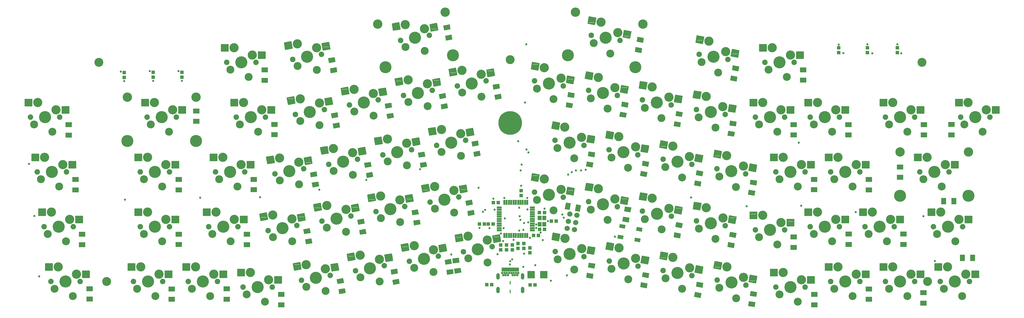
<source format=gbr>
G04 EAGLE Gerber RS-274X export*
G75*
%MOMM*%
%FSLAX34Y34*%
%LPD*%
%INSoldermask Top*%
%IPPOS*%
%AMOC8*
5,1,8,0,0,1.08239X$1,22.5*%
G01*
%ADD10C,1.904947*%
%ADD11C,1.905047*%
%ADD12C,4.191066*%
%ADD13C,4.203300*%
%ADD14C,4.203250*%
%ADD15C,4.203200*%
%ADD16C,4.191000*%
%ADD17C,1.904953*%
%ADD18C,1.905000*%
%ADD19C,3.251200*%
%ADD20C,3.251269*%
%ADD21C,3.103200*%
%ADD22C,1.905100*%
%ADD23C,3.103203*%
%ADD24C,3.251300*%
%ADD25C,4.191034*%
%ADD26C,4.190903*%
%ADD27C,4.190997*%
%ADD28C,1.905003*%
%ADD29C,3.251231*%
%ADD30C,1.905097*%
%ADD31C,8.203203*%
%ADD32C,4.203100*%
%ADD33C,1.905053*%
%ADD34C,3.103300*%
%ADD35C,2.743200*%
%ADD36C,3.200400*%
%ADD37C,0.457706*%
%ADD38R,2.303200X1.703200*%
%ADD39R,1.703200X2.303200*%
%ADD40R,0.711200X1.676400*%
%ADD41R,1.676400X0.711200*%
%ADD42R,0.403200X1.203200*%
%ADD43R,0.503200X1.403200*%
%ADD44C,0.853200*%
%ADD45C,1.203200*%
%ADD46R,1.203200X1.303200*%
%ADD47R,1.303200X1.203200*%
%ADD48R,2.603200X2.603200*%
%ADD49R,1.403200X1.603200*%
%ADD50R,2.003200X1.303200*%
%ADD51C,1.828800*%
%ADD52C,0.756400*%


D10*
X1927924Y838567D03*
D11*
X2293506Y580666D03*
D12*
X1346701Y786767D03*
D13*
X2253107Y781228D03*
D11*
X1462376Y697548D03*
D14*
X754283Y185815D03*
D15*
X2520507Y381000D03*
D16*
X3139632Y298450D03*
D11*
X1179523Y260796D03*
D17*
X1818438Y277555D03*
D18*
X2469707Y381000D03*
D15*
X1939770Y449600D03*
D17*
X1362320Y679906D03*
D19*
X453437Y641350D03*
D20*
X1320237Y936852D03*
D15*
X1215113Y847388D03*
D17*
X1165085Y838567D03*
D11*
X2177404Y407699D03*
X1918494Y259913D03*
D18*
X2532950Y762000D03*
D11*
X2365010Y374619D03*
X1015479Y425309D03*
D18*
X3118994Y190500D03*
D21*
X2977400Y762000D03*
D15*
X1868266Y655647D03*
D17*
X1630832Y310635D03*
D18*
X599488Y190500D03*
D11*
X1730888Y292993D03*
D15*
X849530Y589487D03*
D17*
X2264954Y392261D03*
D18*
X560057Y762000D03*
D15*
X2449070Y571500D03*
D18*
X2690370Y571500D03*
D15*
X1224742Y655647D03*
D17*
X1630632Y697548D03*
D18*
X3041206Y0D03*
D17*
X1383384Y103304D03*
D15*
X2901508Y571500D03*
D18*
X2850708Y571500D03*
D22*
X3071370Y381000D03*
D23*
X1545959Y771464D03*
D18*
X2952308Y571500D03*
D24*
X2007279Y895502D03*
D19*
X2901507Y450850D03*
D16*
X2901507Y298450D03*
D11*
X1483440Y120946D03*
D25*
X1746307Y786767D03*
D18*
X-20639Y571500D03*
D15*
X3092006Y0D03*
D26*
X1980815Y745417D03*
D11*
X1918294Y646826D03*
D15*
X3068194Y190500D03*
X610857Y762000D03*
X310563Y190500D03*
D18*
X2398270Y571500D03*
D15*
X2127823Y29563D03*
D18*
X259763Y381000D03*
D27*
X1112194Y745417D03*
D17*
X820566Y4064D03*
D11*
X1108228Y54786D03*
D15*
X3163445Y571500D03*
D18*
X2660206Y0D03*
D15*
X-71439Y571500D03*
X-47626Y381000D03*
X2314982Y383440D03*
D28*
X704255Y176994D03*
D15*
X2055872Y622567D03*
D17*
X1103029Y440747D03*
D15*
X1680660Y688727D03*
D11*
X1203085Y458389D03*
D17*
X2005844Y631388D03*
D15*
X2056072Y235654D03*
D18*
X3174Y381000D03*
X-98426Y381000D03*
X623300Y381000D03*
D17*
X1889742Y458421D03*
D18*
X361363Y190500D03*
X528051Y0D03*
D15*
X1153057Y449568D03*
X2520506Y-19402D03*
X310563Y381000D03*
D19*
X3139632Y450850D03*
D17*
X799502Y580666D03*
X987108Y613746D03*
D15*
X2449069Y179895D03*
D17*
X891861Y210074D03*
D18*
X361363Y381000D03*
X497888Y190500D03*
D19*
X215312Y641350D03*
D18*
X2431350Y762000D03*
D15*
X777845Y383408D03*
D11*
X1730688Y679906D03*
X1274770Y664468D03*
D15*
X2243478Y589487D03*
D17*
X2193450Y598308D03*
D18*
X-122239Y571500D03*
D15*
X477251Y0D03*
X1868466Y268734D03*
D18*
X2398269Y179895D03*
D15*
X1412348Y688727D03*
D17*
X1079467Y243154D03*
D11*
X991917Y227716D03*
X2293706Y193753D03*
D18*
X2761806Y0D03*
D15*
X-23813Y190500D03*
X1037136Y622567D03*
D16*
X215312Y488950D03*
D15*
X2315429Y-3517D03*
D11*
X2177851Y20742D03*
D17*
X2265401Y5304D03*
D18*
X50800Y0D03*
D15*
X941889Y218895D03*
D18*
X2499869Y179895D03*
D15*
X2482150Y762000D03*
D17*
X915423Y407667D03*
D18*
X521700Y381000D03*
D15*
X1752164Y482680D03*
D11*
X827873Y392229D03*
D15*
X2243678Y202574D03*
X965451Y416488D03*
D17*
X727817Y374587D03*
D18*
X426451Y0D03*
D11*
X1295834Y87866D03*
D15*
X572500Y381000D03*
D11*
X1802639Y86902D03*
X1802192Y473859D03*
D17*
X1702136Y491501D03*
D18*
X3214245Y571500D03*
X3017394Y190500D03*
D29*
X1772771Y936852D03*
D17*
X2077795Y38384D03*
D22*
X283575Y571500D03*
D13*
X3020570Y381000D03*
D15*
X1317101Y285055D03*
D11*
X1265141Y856209D03*
D15*
X870594Y12885D03*
D17*
X1008172Y37144D03*
D15*
X548688Y190500D03*
X667751Y-19402D03*
D19*
X1085730Y895502D03*
D18*
X259763Y190500D03*
D15*
X643937Y571500D03*
D18*
X593137Y571500D03*
D30*
X804311Y194636D03*
D18*
X2571306Y-19402D03*
X718551Y-19402D03*
D22*
X2969770Y381000D03*
D18*
X661657Y762000D03*
X616951Y-19402D03*
X2469706Y-19402D03*
X2588770Y571500D03*
D17*
X1818238Y664468D03*
D11*
X1390691Y491469D03*
D18*
X3142806Y0D03*
D31*
X1545959Y551464D03*
D15*
X0Y0D03*
D13*
X334375Y571500D03*
D17*
X1174714Y646826D03*
D11*
X1087164Y631388D03*
D15*
X2711006Y0D03*
D17*
X1195778Y70224D03*
D15*
X1245806Y79045D03*
D22*
X385175Y571500D03*
D32*
X1877896Y847388D03*
D17*
X2006044Y244475D03*
D18*
X3112645Y571500D03*
D17*
X1267073Y276234D03*
D18*
X337551Y0D03*
X2499870Y571500D03*
D10*
X889929Y790049D03*
D18*
X2761807Y381000D03*
X2779269Y190500D03*
D10*
X2303135Y772407D03*
D18*
X694737Y571500D03*
D15*
X1433412Y112125D03*
D11*
X2365457Y-12338D03*
D18*
X2850706Y0D03*
D15*
X2830069Y190500D03*
D21*
X115607Y762000D03*
D18*
X2588769Y190500D03*
D11*
X2105900Y613746D03*
D33*
X2203078Y790049D03*
D11*
X920622Y21706D03*
D17*
X1702583Y104544D03*
X1890189Y71464D03*
D15*
X2711007Y381000D03*
D18*
X2660207Y381000D03*
D15*
X1058200Y45965D03*
D18*
X-50800Y0D03*
D11*
X1367129Y293876D03*
D15*
X1340663Y482648D03*
X286751Y0D03*
D17*
X1290635Y473827D03*
D11*
X1990245Y53822D03*
D15*
X1940217Y62643D03*
D21*
X2996756Y0D03*
D34*
X143376Y0D03*
D18*
X2880869Y190500D03*
X235951Y0D03*
D15*
X1129495Y251975D03*
D18*
X-74613Y190500D03*
D33*
X789872Y772407D03*
D18*
X2571307Y381000D03*
X26987Y190500D03*
D17*
X2077348Y425341D03*
D18*
X2952306Y0D03*
D17*
X2193650Y211395D03*
D15*
X2639569Y190500D03*
X2901506Y0D03*
D18*
X2690369Y190500D03*
D15*
X2127376Y416520D03*
D13*
X839901Y781228D03*
D33*
X1827867Y856209D03*
D16*
X453437Y488950D03*
D11*
X899558Y598308D03*
D15*
X2639570Y571500D03*
X1752611Y95723D03*
D11*
X2106100Y226833D03*
X1989798Y440779D03*
D15*
X1680860Y301814D03*
D35*
X-85690Y355520D03*
X-22190Y330120D03*
D36*
X-9490Y406320D03*
X-72990Y431720D03*
D37*
X11594Y395146D02*
X34450Y395146D01*
X11594Y395146D02*
X11594Y417494D01*
X34450Y417494D01*
X34450Y395146D01*
X34450Y399494D02*
X11594Y399494D01*
X11594Y403842D02*
X34450Y403842D01*
X34450Y408190D02*
X11594Y408190D01*
X11594Y412538D02*
X34450Y412538D01*
X34450Y416886D02*
X11594Y416886D01*
X-94074Y420546D02*
X-116930Y420546D01*
X-116930Y442894D01*
X-94074Y442894D01*
X-94074Y420546D01*
X-94074Y424894D02*
X-116930Y424894D01*
X-116930Y429242D02*
X-94074Y429242D01*
X-94074Y433590D02*
X-116930Y433590D01*
X-116930Y437938D02*
X-94074Y437938D01*
X-94074Y442286D02*
X-116930Y442286D01*
D35*
X272440Y355600D03*
X335940Y330200D03*
D36*
X348640Y406400D03*
X285140Y431800D03*
D37*
X369724Y395226D02*
X392580Y395226D01*
X369724Y395226D02*
X369724Y417574D01*
X392580Y417574D01*
X392580Y395226D01*
X392580Y399574D02*
X369724Y399574D01*
X369724Y403922D02*
X392580Y403922D01*
X392580Y408270D02*
X369724Y408270D01*
X369724Y412618D02*
X392580Y412618D01*
X392580Y416966D02*
X369724Y416966D01*
X264056Y420626D02*
X241200Y420626D01*
X241200Y442974D01*
X264056Y442974D01*
X264056Y420626D01*
X264056Y424974D02*
X241200Y424974D01*
X241200Y429322D02*
X264056Y429322D01*
X264056Y433670D02*
X241200Y433670D01*
X241200Y438018D02*
X264056Y438018D01*
X264056Y442366D02*
X241200Y442366D01*
D35*
X534420Y355570D03*
X597920Y330170D03*
D36*
X610620Y406370D03*
X547120Y431770D03*
D37*
X631704Y395196D02*
X654560Y395196D01*
X631704Y395196D02*
X631704Y417544D01*
X654560Y417544D01*
X654560Y395196D01*
X654560Y399544D02*
X631704Y399544D01*
X631704Y403892D02*
X654560Y403892D01*
X654560Y408240D02*
X631704Y408240D01*
X631704Y412588D02*
X654560Y412588D01*
X654560Y416936D02*
X631704Y416936D01*
X526036Y420596D02*
X503180Y420596D01*
X503180Y442944D01*
X526036Y442944D01*
X526036Y420596D01*
X526036Y424944D02*
X503180Y424944D01*
X503180Y429292D02*
X526036Y429292D01*
X526036Y433640D02*
X503180Y433640D01*
X503180Y437988D02*
X526036Y437988D01*
X526036Y442336D02*
X503180Y442336D01*
D35*
X744710Y351780D03*
X811655Y337792D03*
D36*
X810931Y415040D03*
X743985Y429028D03*
D37*
X833635Y407698D02*
X856143Y411667D01*
X833635Y407698D02*
X829755Y429705D01*
X852263Y433674D01*
X856143Y411667D01*
X856076Y412046D02*
X832868Y412046D01*
X832102Y416394D02*
X855310Y416394D01*
X854543Y420742D02*
X831335Y420742D01*
X830569Y425090D02*
X853776Y425090D01*
X853010Y429438D02*
X829802Y429438D01*
X725161Y414363D02*
X702653Y410394D01*
X698773Y432401D01*
X721281Y436370D01*
X725161Y414363D01*
X725094Y414742D02*
X701886Y414742D01*
X701120Y419090D02*
X724328Y419090D01*
X723561Y423438D02*
X700353Y423438D01*
X699587Y427786D02*
X722794Y427786D01*
X722028Y432134D02*
X698820Y432134D01*
D35*
X1004050Y590900D03*
X1070995Y576912D03*
D36*
X1070271Y654160D03*
X1003325Y668148D03*
D37*
X1092975Y646818D02*
X1115483Y650787D01*
X1092975Y646818D02*
X1089095Y668825D01*
X1111603Y672794D01*
X1115483Y650787D01*
X1115416Y651166D02*
X1092208Y651166D01*
X1091442Y655514D02*
X1114650Y655514D01*
X1113883Y659862D02*
X1090675Y659862D01*
X1089909Y664210D02*
X1113116Y664210D01*
X1112350Y668558D02*
X1089142Y668558D01*
X984501Y653483D02*
X961993Y649514D01*
X958113Y671521D01*
X980621Y675490D01*
X984501Y653483D01*
X984434Y653862D02*
X961226Y653862D01*
X960460Y658210D02*
X983668Y658210D01*
X982901Y662558D02*
X959693Y662558D01*
X958927Y666906D02*
X982134Y666906D01*
X981368Y671254D02*
X958160Y671254D01*
D35*
X1191650Y624020D03*
X1258595Y610032D03*
D36*
X1257871Y687280D03*
X1190925Y701268D03*
D37*
X1280575Y679938D02*
X1303083Y683907D01*
X1280575Y679938D02*
X1276695Y701945D01*
X1299203Y705914D01*
X1303083Y683907D01*
X1303016Y684286D02*
X1279808Y684286D01*
X1279042Y688634D02*
X1302250Y688634D01*
X1301483Y692982D02*
X1278275Y692982D01*
X1277509Y697330D02*
X1300716Y697330D01*
X1299950Y701678D02*
X1276742Y701678D01*
X1172101Y686603D02*
X1149593Y682634D01*
X1145713Y704641D01*
X1168221Y708610D01*
X1172101Y686603D01*
X1172034Y686982D02*
X1148826Y686982D01*
X1148060Y691330D02*
X1171268Y691330D01*
X1170501Y695678D02*
X1147293Y695678D01*
X1146527Y700026D02*
X1169734Y700026D01*
X1168968Y704374D02*
X1145760Y704374D01*
D35*
X1307550Y450970D03*
X1374495Y436982D03*
D36*
X1373771Y514230D03*
X1306825Y528218D03*
D37*
X1396475Y506888D02*
X1418983Y510857D01*
X1396475Y506888D02*
X1392595Y528895D01*
X1415103Y532864D01*
X1418983Y510857D01*
X1418916Y511236D02*
X1395708Y511236D01*
X1394942Y515584D02*
X1418150Y515584D01*
X1417383Y519932D02*
X1394175Y519932D01*
X1393409Y524280D02*
X1416616Y524280D01*
X1415850Y528628D02*
X1392642Y528628D01*
X1288001Y513553D02*
X1265493Y509584D01*
X1261613Y531591D01*
X1284121Y535560D01*
X1288001Y513553D01*
X1287934Y513932D02*
X1264726Y513932D01*
X1263960Y518280D02*
X1287168Y518280D01*
X1286401Y522628D02*
X1263193Y522628D01*
X1262427Y526976D02*
X1285634Y526976D01*
X1284868Y531324D02*
X1261660Y531324D01*
D35*
X1710188Y464252D03*
X1768313Y428211D03*
D36*
X1794052Y501048D03*
X1735927Y537089D03*
D37*
X1812876Y486383D02*
X1835384Y482414D01*
X1812876Y486383D02*
X1816756Y508390D01*
X1839264Y504421D01*
X1835384Y482414D01*
X1836151Y486762D02*
X1812943Y486762D01*
X1813709Y491110D02*
X1836917Y491110D01*
X1837684Y495458D02*
X1814476Y495458D01*
X1815243Y499806D02*
X1838450Y499806D01*
X1839217Y504154D02*
X1816009Y504154D01*
X1713223Y529747D02*
X1690715Y533716D01*
X1694595Y555723D01*
X1717103Y551754D01*
X1713223Y529747D01*
X1713990Y534095D02*
X1690782Y534095D01*
X1691548Y538443D02*
X1714756Y538443D01*
X1715523Y542791D02*
X1692315Y542791D01*
X1693082Y547139D02*
X1716289Y547139D01*
X1717056Y551487D02*
X1693848Y551487D01*
D35*
X1897838Y431212D03*
X1955963Y395171D03*
D36*
X1981702Y468008D03*
X1923577Y504049D03*
D37*
X2000526Y453343D02*
X2023034Y449374D01*
X2000526Y453343D02*
X2004406Y475350D01*
X2026914Y471381D01*
X2023034Y449374D01*
X2023801Y453722D02*
X2000593Y453722D01*
X2001359Y458070D02*
X2024567Y458070D01*
X2025334Y462418D02*
X2002126Y462418D01*
X2002893Y466766D02*
X2026100Y466766D01*
X2026867Y471114D02*
X2003659Y471114D01*
X1900873Y496707D02*
X1878365Y500676D01*
X1882245Y522683D01*
X1904753Y518714D01*
X1900873Y496707D01*
X1901640Y501055D02*
X1878432Y501055D01*
X1879198Y505403D02*
X1902406Y505403D01*
X1903173Y509751D02*
X1879965Y509751D01*
X1880732Y514099D02*
X1903939Y514099D01*
X1904706Y518447D02*
X1881498Y518447D01*
D35*
X2085448Y398082D03*
X2143573Y362041D03*
D36*
X2169312Y434878D03*
X2111187Y470919D03*
D37*
X2188136Y420213D02*
X2210644Y416244D01*
X2188136Y420213D02*
X2192016Y442220D01*
X2214524Y438251D01*
X2210644Y416244D01*
X2211411Y420592D02*
X2188203Y420592D01*
X2188969Y424940D02*
X2212177Y424940D01*
X2212944Y429288D02*
X2189736Y429288D01*
X2190503Y433636D02*
X2213710Y433636D01*
X2214477Y437984D02*
X2191269Y437984D01*
X2088483Y463577D02*
X2065975Y467546D01*
X2069855Y489553D01*
X2092363Y485584D01*
X2088483Y463577D01*
X2089250Y467925D02*
X2066042Y467925D01*
X2066808Y472273D02*
X2090016Y472273D01*
X2090783Y476621D02*
X2067575Y476621D01*
X2068342Y480969D02*
X2091549Y480969D01*
X2092316Y485317D02*
X2069108Y485317D01*
D35*
X2273078Y365012D03*
X2331203Y328971D03*
D36*
X2356942Y401808D03*
X2298817Y437849D03*
D37*
X2375766Y387143D02*
X2398274Y383174D01*
X2375766Y387143D02*
X2379646Y409150D01*
X2402154Y405181D01*
X2398274Y383174D01*
X2399041Y387522D02*
X2375833Y387522D01*
X2376599Y391870D02*
X2399807Y391870D01*
X2400574Y396218D02*
X2377366Y396218D01*
X2378133Y400566D02*
X2401340Y400566D01*
X2402107Y404914D02*
X2378899Y404914D01*
X2276113Y430507D02*
X2253605Y434476D01*
X2257485Y456483D01*
X2279993Y452514D01*
X2276113Y430507D01*
X2276880Y434855D02*
X2253672Y434855D01*
X2254438Y439203D02*
X2277646Y439203D01*
X2278413Y443551D02*
X2255205Y443551D01*
X2255972Y447899D02*
X2279179Y447899D01*
X2279946Y452247D02*
X2256738Y452247D01*
D35*
X2482420Y355600D03*
X2545920Y330200D03*
D36*
X2558620Y406400D03*
X2495120Y431800D03*
D37*
X2579704Y395226D02*
X2602560Y395226D01*
X2579704Y395226D02*
X2579704Y417574D01*
X2602560Y417574D01*
X2602560Y395226D01*
X2602560Y399574D02*
X2579704Y399574D01*
X2579704Y403922D02*
X2602560Y403922D01*
X2602560Y408270D02*
X2579704Y408270D01*
X2579704Y412618D02*
X2602560Y412618D01*
X2602560Y416966D02*
X2579704Y416966D01*
X2474036Y420626D02*
X2451180Y420626D01*
X2451180Y442974D01*
X2474036Y442974D01*
X2474036Y420626D01*
X2474036Y424974D02*
X2451180Y424974D01*
X2451180Y429322D02*
X2474036Y429322D01*
X2474036Y433670D02*
X2451180Y433670D01*
X2451180Y438018D02*
X2474036Y438018D01*
X2474036Y442366D02*
X2451180Y442366D01*
D35*
X2672940Y355630D03*
X2736440Y330230D03*
D36*
X2749140Y406430D03*
X2685640Y431830D03*
D37*
X2770224Y395256D02*
X2793080Y395256D01*
X2770224Y395256D02*
X2770224Y417604D01*
X2793080Y417604D01*
X2793080Y395256D01*
X2793080Y399604D02*
X2770224Y399604D01*
X2770224Y403952D02*
X2793080Y403952D01*
X2793080Y408300D02*
X2770224Y408300D01*
X2770224Y412648D02*
X2793080Y412648D01*
X2793080Y416996D02*
X2770224Y416996D01*
X2664556Y420656D02*
X2641700Y420656D01*
X2641700Y443004D01*
X2664556Y443004D01*
X2664556Y420656D01*
X2664556Y425004D02*
X2641700Y425004D01*
X2641700Y429352D02*
X2664556Y429352D01*
X2664556Y433700D02*
X2641700Y433700D01*
X2641700Y438048D02*
X2664556Y438048D01*
X2664556Y442396D02*
X2641700Y442396D01*
D35*
X2982440Y355570D03*
X3045940Y330170D03*
D36*
X3058640Y406370D03*
X2995140Y431770D03*
D37*
X3079724Y395196D02*
X3102580Y395196D01*
X3079724Y395196D02*
X3079724Y417544D01*
X3102580Y417544D01*
X3102580Y395196D01*
X3102580Y399544D02*
X3079724Y399544D01*
X3079724Y403892D02*
X3102580Y403892D01*
X3102580Y408240D02*
X3079724Y408240D01*
X3079724Y412588D02*
X3102580Y412588D01*
X3102580Y416936D02*
X3079724Y416936D01*
X2974056Y420596D02*
X2951200Y420596D01*
X2951200Y442944D01*
X2974056Y442944D01*
X2974056Y420596D01*
X2974056Y424944D02*
X2951200Y424944D01*
X2951200Y429292D02*
X2974056Y429292D01*
X2974056Y433640D02*
X2951200Y433640D01*
X2951200Y437988D02*
X2974056Y437988D01*
X2974056Y442336D02*
X2951200Y442336D01*
D35*
X3030090Y165070D03*
X3093590Y139670D03*
D36*
X3106290Y215870D03*
X3042790Y241270D03*
D37*
X3127374Y204696D02*
X3150230Y204696D01*
X3127374Y204696D02*
X3127374Y227044D01*
X3150230Y227044D01*
X3150230Y204696D01*
X3150230Y209044D02*
X3127374Y209044D01*
X3127374Y213392D02*
X3150230Y213392D01*
X3150230Y217740D02*
X3127374Y217740D01*
X3127374Y222088D02*
X3150230Y222088D01*
X3150230Y226436D02*
X3127374Y226436D01*
X3021706Y230096D02*
X2998850Y230096D01*
X2998850Y252444D01*
X3021706Y252444D01*
X3021706Y230096D01*
X3021706Y234444D02*
X2998850Y234444D01*
X2998850Y238792D02*
X3021706Y238792D01*
X3021706Y243140D02*
X2998850Y243140D01*
X2998850Y247488D02*
X3021706Y247488D01*
X3021706Y251836D02*
X2998850Y251836D01*
D35*
X-109520Y546070D03*
X-46020Y520670D03*
D36*
X-33320Y596870D03*
X-96820Y622270D03*
D37*
X-12236Y585696D02*
X10620Y585696D01*
X-12236Y585696D02*
X-12236Y608044D01*
X10620Y608044D01*
X10620Y585696D01*
X10620Y590044D02*
X-12236Y590044D01*
X-12236Y594392D02*
X10620Y594392D01*
X10620Y598740D02*
X-12236Y598740D01*
X-12236Y603088D02*
X10620Y603088D01*
X10620Y607436D02*
X-12236Y607436D01*
X-117904Y611096D02*
X-140760Y611096D01*
X-140760Y633444D01*
X-117904Y633444D01*
X-117904Y611096D01*
X-117904Y615444D02*
X-140760Y615444D01*
X-140760Y619792D02*
X-117904Y619792D01*
X-117904Y624140D02*
X-140760Y624140D01*
X-140760Y628488D02*
X-117904Y628488D01*
X-117904Y632836D02*
X-140760Y632836D01*
D35*
X296320Y546070D03*
X359820Y520670D03*
D36*
X372520Y596870D03*
X309020Y622270D03*
D37*
X393604Y585696D02*
X416460Y585696D01*
X393604Y585696D02*
X393604Y608044D01*
X416460Y608044D01*
X416460Y585696D01*
X416460Y590044D02*
X393604Y590044D01*
X393604Y594392D02*
X416460Y594392D01*
X416460Y598740D02*
X393604Y598740D01*
X393604Y603088D02*
X416460Y603088D01*
X416460Y607436D02*
X393604Y607436D01*
X287936Y611096D02*
X265080Y611096D01*
X265080Y633444D01*
X287936Y633444D01*
X287936Y611096D01*
X287936Y615444D02*
X265080Y615444D01*
X265080Y619792D02*
X287936Y619792D01*
X287936Y624140D02*
X265080Y624140D01*
X265080Y628488D02*
X287936Y628488D01*
X287936Y632836D02*
X265080Y632836D01*
D35*
X605840Y546050D03*
X669340Y520650D03*
D36*
X682040Y596850D03*
X618540Y622250D03*
D37*
X703124Y585676D02*
X725980Y585676D01*
X703124Y585676D02*
X703124Y608024D01*
X725980Y608024D01*
X725980Y585676D01*
X725980Y590024D02*
X703124Y590024D01*
X703124Y594372D02*
X725980Y594372D01*
X725980Y598720D02*
X703124Y598720D01*
X703124Y603068D02*
X725980Y603068D01*
X725980Y607416D02*
X703124Y607416D01*
X597456Y611076D02*
X574600Y611076D01*
X574600Y633424D01*
X597456Y633424D01*
X597456Y611076D01*
X597456Y615424D02*
X574600Y615424D01*
X574600Y619772D02*
X597456Y619772D01*
X597456Y624120D02*
X574600Y624120D01*
X574600Y628468D02*
X597456Y628468D01*
X597456Y632816D02*
X574600Y632816D01*
D35*
X816440Y557800D03*
X883385Y543812D03*
D36*
X882661Y621060D03*
X815715Y635048D03*
D37*
X905365Y613718D02*
X927873Y617687D01*
X905365Y613718D02*
X901485Y635725D01*
X923993Y639694D01*
X927873Y617687D01*
X927806Y618066D02*
X904598Y618066D01*
X903832Y622414D02*
X927040Y622414D01*
X926273Y626762D02*
X903065Y626762D01*
X902299Y631110D02*
X925506Y631110D01*
X924740Y635458D02*
X901532Y635458D01*
X796891Y620383D02*
X774383Y616414D01*
X770503Y638421D01*
X793011Y642390D01*
X796891Y620383D01*
X796824Y620762D02*
X773616Y620762D01*
X772850Y625110D02*
X796058Y625110D01*
X795291Y629458D02*
X772083Y629458D01*
X771317Y633806D02*
X794524Y633806D01*
X793758Y638154D02*
X770550Y638154D01*
D35*
X2211178Y762802D03*
X2269303Y726761D03*
D36*
X2295042Y799598D03*
X2236917Y835639D03*
D37*
X2313866Y784933D02*
X2336374Y780964D01*
X2313866Y784933D02*
X2317746Y806940D01*
X2340254Y802971D01*
X2336374Y780964D01*
X2337141Y785312D02*
X2313933Y785312D01*
X2314699Y789660D02*
X2337907Y789660D01*
X2338674Y794008D02*
X2315466Y794008D01*
X2316233Y798356D02*
X2339440Y798356D01*
X2340207Y802704D02*
X2316999Y802704D01*
X2214213Y828297D02*
X2191705Y832266D01*
X2195585Y854273D01*
X2218093Y850304D01*
X2214213Y828297D01*
X2214980Y832645D02*
X2191772Y832645D01*
X2192538Y836993D02*
X2215746Y836993D01*
X2216513Y841341D02*
X2193305Y841341D01*
X2194072Y845689D02*
X2217279Y845689D01*
X2218046Y850037D02*
X2194838Y850037D01*
D35*
X2444040Y736600D03*
X2507540Y711200D03*
D36*
X2520240Y787400D03*
X2456740Y812800D03*
D37*
X2541324Y776226D02*
X2564180Y776226D01*
X2541324Y776226D02*
X2541324Y798574D01*
X2564180Y798574D01*
X2564180Y776226D01*
X2564180Y780574D02*
X2541324Y780574D01*
X2541324Y784922D02*
X2564180Y784922D01*
X2564180Y789270D02*
X2541324Y789270D01*
X2541324Y793618D02*
X2564180Y793618D01*
X2564180Y797966D02*
X2541324Y797966D01*
X2435656Y801626D02*
X2412800Y801626D01*
X2412800Y823974D01*
X2435656Y823974D01*
X2435656Y801626D01*
X2435656Y805974D02*
X2412800Y805974D01*
X2412800Y810322D02*
X2435656Y810322D01*
X2435656Y814670D02*
X2412800Y814670D01*
X2412800Y819018D02*
X2435656Y819018D01*
X2435656Y823366D02*
X2412800Y823366D01*
D35*
X1379230Y657070D03*
X1446175Y643082D03*
D36*
X1445451Y720330D03*
X1378505Y734318D03*
D37*
X1468155Y712988D02*
X1490663Y716957D01*
X1468155Y712988D02*
X1464275Y734995D01*
X1486783Y738964D01*
X1490663Y716957D01*
X1490596Y717336D02*
X1467388Y717336D01*
X1466622Y721684D02*
X1489830Y721684D01*
X1489063Y726032D02*
X1465855Y726032D01*
X1465089Y730380D02*
X1488296Y730380D01*
X1487530Y734728D02*
X1464322Y734728D01*
X1359681Y719653D02*
X1337173Y715684D01*
X1333293Y737691D01*
X1355801Y741660D01*
X1359681Y719653D01*
X1359614Y720032D02*
X1336406Y720032D01*
X1335640Y724380D02*
X1358848Y724380D01*
X1358081Y728728D02*
X1334873Y728728D01*
X1334107Y733076D02*
X1357314Y733076D01*
X1356548Y737424D02*
X1333340Y737424D01*
D35*
X1638758Y670352D03*
X1696883Y634311D03*
D36*
X1722622Y707148D03*
X1664497Y743189D03*
D37*
X1741446Y692483D02*
X1763954Y688514D01*
X1741446Y692483D02*
X1745326Y714490D01*
X1767834Y710521D01*
X1763954Y688514D01*
X1764721Y692862D02*
X1741513Y692862D01*
X1742279Y697210D02*
X1765487Y697210D01*
X1766254Y701558D02*
X1743046Y701558D01*
X1743813Y705906D02*
X1767020Y705906D01*
X1767787Y710254D02*
X1744579Y710254D01*
X1641793Y735847D02*
X1619285Y739816D01*
X1623165Y761823D01*
X1645673Y757854D01*
X1641793Y735847D01*
X1642560Y740195D02*
X1619352Y740195D01*
X1620118Y744543D02*
X1643326Y744543D01*
X1644093Y748891D02*
X1620885Y748891D01*
X1621652Y753239D02*
X1644859Y753239D01*
X1645626Y757587D02*
X1622418Y757587D01*
D35*
X1826418Y637252D03*
X1884543Y601211D03*
D36*
X1910282Y674048D03*
X1852157Y710089D03*
D37*
X1929106Y659383D02*
X1951614Y655414D01*
X1929106Y659383D02*
X1932986Y681390D01*
X1955494Y677421D01*
X1951614Y655414D01*
X1952381Y659762D02*
X1929173Y659762D01*
X1929939Y664110D02*
X1953147Y664110D01*
X1953914Y668458D02*
X1930706Y668458D01*
X1931473Y672806D02*
X1954680Y672806D01*
X1955447Y677154D02*
X1932239Y677154D01*
X1829453Y702747D02*
X1806945Y706716D01*
X1810825Y728723D01*
X1833333Y724754D01*
X1829453Y702747D01*
X1830220Y707095D02*
X1807012Y707095D01*
X1807778Y711443D02*
X1830986Y711443D01*
X1831753Y715791D02*
X1808545Y715791D01*
X1809312Y720139D02*
X1832519Y720139D01*
X1833286Y724487D02*
X1810078Y724487D01*
D35*
X2013948Y604132D03*
X2072073Y568091D03*
D36*
X2097812Y640928D03*
X2039687Y676969D03*
D37*
X2116636Y626263D02*
X2139144Y622294D01*
X2116636Y626263D02*
X2120516Y648270D01*
X2143024Y644301D01*
X2139144Y622294D01*
X2139911Y626642D02*
X2116703Y626642D01*
X2117469Y630990D02*
X2140677Y630990D01*
X2141444Y635338D02*
X2118236Y635338D01*
X2119003Y639686D02*
X2142210Y639686D01*
X2142977Y644034D02*
X2119769Y644034D01*
X2016983Y669627D02*
X1994475Y673596D01*
X1998355Y695603D01*
X2020863Y691634D01*
X2016983Y669627D01*
X2017750Y673975D02*
X1994542Y673975D01*
X1995308Y678323D02*
X2018516Y678323D01*
X2019283Y682671D02*
X1996075Y682671D01*
X1996842Y687019D02*
X2020049Y687019D01*
X2020816Y691367D02*
X1997608Y691367D01*
D35*
X2201578Y571082D03*
X2259703Y535041D03*
D36*
X2285442Y607878D03*
X2227317Y643919D03*
D37*
X2304266Y593213D02*
X2326774Y589244D01*
X2304266Y593213D02*
X2308146Y615220D01*
X2330654Y611251D01*
X2326774Y589244D01*
X2327541Y593592D02*
X2304333Y593592D01*
X2305099Y597940D02*
X2328307Y597940D01*
X2329074Y602288D02*
X2305866Y602288D01*
X2306633Y606636D02*
X2329840Y606636D01*
X2330607Y610984D02*
X2307399Y610984D01*
X2204613Y636577D02*
X2182105Y640546D01*
X2185985Y662553D01*
X2208493Y658584D01*
X2204613Y636577D01*
X2205380Y640925D02*
X2182172Y640925D01*
X2182938Y645273D02*
X2206146Y645273D01*
X2206913Y649621D02*
X2183705Y649621D01*
X2184472Y653969D02*
X2207679Y653969D01*
X2208446Y658317D02*
X2185238Y658317D01*
D35*
X2410970Y546100D03*
X2474470Y520700D03*
D36*
X2487170Y596900D03*
X2423670Y622300D03*
D37*
X2508254Y585726D02*
X2531110Y585726D01*
X2508254Y585726D02*
X2508254Y608074D01*
X2531110Y608074D01*
X2531110Y585726D01*
X2531110Y590074D02*
X2508254Y590074D01*
X2508254Y594422D02*
X2531110Y594422D01*
X2531110Y598770D02*
X2508254Y598770D01*
X2508254Y603118D02*
X2531110Y603118D01*
X2531110Y607466D02*
X2508254Y607466D01*
X2402586Y611126D02*
X2379730Y611126D01*
X2379730Y633474D01*
X2402586Y633474D01*
X2402586Y611126D01*
X2402586Y615474D02*
X2379730Y615474D01*
X2379730Y619822D02*
X2402586Y619822D01*
X2402586Y624170D02*
X2379730Y624170D01*
X2379730Y628518D02*
X2402586Y628518D01*
X2402586Y632866D02*
X2379730Y632866D01*
D35*
X2601490Y546050D03*
X2664990Y520650D03*
D36*
X2677690Y596850D03*
X2614190Y622250D03*
D37*
X2698774Y585676D02*
X2721630Y585676D01*
X2698774Y585676D02*
X2698774Y608024D01*
X2721630Y608024D01*
X2721630Y585676D01*
X2721630Y590024D02*
X2698774Y590024D01*
X2698774Y594372D02*
X2721630Y594372D01*
X2721630Y598720D02*
X2698774Y598720D01*
X2698774Y603068D02*
X2721630Y603068D01*
X2721630Y607416D02*
X2698774Y607416D01*
X2593106Y611076D02*
X2570250Y611076D01*
X2570250Y633424D01*
X2593106Y633424D01*
X2593106Y611076D01*
X2593106Y615424D02*
X2570250Y615424D01*
X2570250Y619772D02*
X2593106Y619772D01*
X2593106Y624120D02*
X2570250Y624120D01*
X2570250Y628468D02*
X2593106Y628468D01*
X2593106Y632816D02*
X2570250Y632816D01*
D35*
X2863420Y546100D03*
X2926920Y520700D03*
D36*
X2939620Y596900D03*
X2876120Y622300D03*
D37*
X2960704Y585726D02*
X2983560Y585726D01*
X2960704Y585726D02*
X2960704Y608074D01*
X2983560Y608074D01*
X2983560Y585726D01*
X2983560Y590074D02*
X2960704Y590074D01*
X2960704Y594422D02*
X2983560Y594422D01*
X2983560Y598770D02*
X2960704Y598770D01*
X2960704Y603118D02*
X2983560Y603118D01*
X2983560Y607466D02*
X2960704Y607466D01*
X2855036Y611126D02*
X2832180Y611126D01*
X2832180Y633474D01*
X2855036Y633474D01*
X2855036Y611126D01*
X2855036Y615474D02*
X2832180Y615474D01*
X2832180Y619822D02*
X2855036Y619822D01*
X2855036Y624170D02*
X2832180Y624170D01*
X2832180Y628518D02*
X2855036Y628518D01*
X2855036Y632866D02*
X2832180Y632866D01*
D35*
X3125340Y546070D03*
X3188840Y520670D03*
D36*
X3201540Y596870D03*
X3138040Y622270D03*
D37*
X3222624Y585696D02*
X3245480Y585696D01*
X3222624Y585696D02*
X3222624Y608044D01*
X3245480Y608044D01*
X3245480Y585696D01*
X3245480Y590044D02*
X3222624Y590044D01*
X3222624Y594392D02*
X3245480Y594392D01*
X3245480Y598740D02*
X3222624Y598740D01*
X3222624Y603088D02*
X3245480Y603088D01*
X3245480Y607436D02*
X3222624Y607436D01*
X3116956Y611096D02*
X3094100Y611096D01*
X3094100Y633444D01*
X3116956Y633444D01*
X3116956Y611096D01*
X3116956Y615444D02*
X3094100Y615444D01*
X3094100Y619792D02*
X3116956Y619792D01*
X3116956Y624140D02*
X3094100Y624140D01*
X3094100Y628488D02*
X3116956Y628488D01*
X3116956Y632836D02*
X3094100Y632836D01*
D35*
X572800Y736570D03*
X636300Y711170D03*
D36*
X649000Y787370D03*
X585500Y812770D03*
D37*
X670084Y776196D02*
X692940Y776196D01*
X670084Y776196D02*
X670084Y798544D01*
X692940Y798544D01*
X692940Y776196D01*
X692940Y780544D02*
X670084Y780544D01*
X670084Y784892D02*
X692940Y784892D01*
X692940Y789240D02*
X670084Y789240D01*
X670084Y793588D02*
X692940Y793588D01*
X692940Y797936D02*
X670084Y797936D01*
X564416Y801596D02*
X541560Y801596D01*
X541560Y823944D01*
X564416Y823944D01*
X564416Y801596D01*
X564416Y805944D02*
X541560Y805944D01*
X541560Y810292D02*
X564416Y810292D01*
X564416Y814640D02*
X541560Y814640D01*
X541560Y818988D02*
X564416Y818988D01*
X564416Y823336D02*
X541560Y823336D01*
D35*
X806840Y749600D03*
X873785Y735612D03*
D36*
X873061Y812860D03*
X806115Y826848D03*
D37*
X895765Y805518D02*
X918273Y809487D01*
X895765Y805518D02*
X891885Y827525D01*
X914393Y831494D01*
X918273Y809487D01*
X918206Y809866D02*
X894998Y809866D01*
X894232Y814214D02*
X917440Y814214D01*
X916673Y818562D02*
X893465Y818562D01*
X892699Y822910D02*
X915906Y822910D01*
X915140Y827258D02*
X891932Y827258D01*
X787291Y812183D02*
X764783Y808214D01*
X760903Y830221D01*
X783411Y834190D01*
X787291Y812183D01*
X787224Y812562D02*
X764016Y812562D01*
X763250Y816910D02*
X786458Y816910D01*
X785691Y821258D02*
X762483Y821258D01*
X761717Y825606D02*
X784924Y825606D01*
X784158Y829954D02*
X760950Y829954D01*
D35*
X1182000Y815740D03*
X1248945Y801752D03*
D36*
X1248221Y879000D03*
X1181275Y892988D03*
D37*
X1270925Y871658D02*
X1293433Y875627D01*
X1270925Y871658D02*
X1267045Y893665D01*
X1289553Y897634D01*
X1293433Y875627D01*
X1293366Y876006D02*
X1270158Y876006D01*
X1269392Y880354D02*
X1292600Y880354D01*
X1291833Y884702D02*
X1268625Y884702D01*
X1267859Y889050D02*
X1291066Y889050D01*
X1290300Y893398D02*
X1267092Y893398D01*
X1162451Y878323D02*
X1139943Y874354D01*
X1136063Y896361D01*
X1158571Y900330D01*
X1162451Y878323D01*
X1162384Y878702D02*
X1139176Y878702D01*
X1138410Y883050D02*
X1161618Y883050D01*
X1160851Y887398D02*
X1137643Y887398D01*
X1136877Y891746D02*
X1160084Y891746D01*
X1159318Y896094D02*
X1136110Y896094D01*
D35*
X1835988Y828972D03*
X1894113Y792931D03*
D36*
X1919852Y865768D03*
X1861727Y901809D03*
D37*
X1938676Y851103D02*
X1961184Y847134D01*
X1938676Y851103D02*
X1942556Y873110D01*
X1965064Y869141D01*
X1961184Y847134D01*
X1961951Y851482D02*
X1938743Y851482D01*
X1939509Y855830D02*
X1962717Y855830D01*
X1963484Y860178D02*
X1940276Y860178D01*
X1941043Y864526D02*
X1964250Y864526D01*
X1965017Y868874D02*
X1941809Y868874D01*
X1839023Y894467D02*
X1816515Y898436D01*
X1820395Y920443D01*
X1842903Y916474D01*
X1839023Y894467D01*
X1839790Y898815D02*
X1816582Y898815D01*
X1817348Y903163D02*
X1840556Y903163D01*
X1841323Y907511D02*
X1818115Y907511D01*
X1818882Y911859D02*
X1842089Y911859D01*
X1842856Y916207D02*
X1819648Y916207D01*
D35*
X932340Y384880D03*
X999285Y370892D03*
D36*
X998561Y448140D03*
X931615Y462128D03*
D37*
X1021265Y440798D02*
X1043773Y444767D01*
X1021265Y440798D02*
X1017385Y462805D01*
X1039893Y466774D01*
X1043773Y444767D01*
X1043706Y445146D02*
X1020498Y445146D01*
X1019732Y449494D02*
X1042940Y449494D01*
X1042173Y453842D02*
X1018965Y453842D01*
X1018199Y458190D02*
X1041406Y458190D01*
X1040640Y462538D02*
X1017432Y462538D01*
X912791Y447463D02*
X890283Y443494D01*
X886403Y465501D01*
X908911Y469470D01*
X912791Y447463D01*
X912724Y447842D02*
X889516Y447842D01*
X888750Y452190D02*
X911958Y452190D01*
X911191Y456538D02*
X887983Y456538D01*
X887217Y460886D02*
X910424Y460886D01*
X909658Y465234D02*
X886450Y465234D01*
D35*
X1119970Y417920D03*
X1186915Y403932D03*
D36*
X1186191Y481180D03*
X1119245Y495168D03*
D37*
X1208895Y473838D02*
X1231403Y477807D01*
X1208895Y473838D02*
X1205015Y495845D01*
X1227523Y499814D01*
X1231403Y477807D01*
X1231336Y478186D02*
X1208128Y478186D01*
X1207362Y482534D02*
X1230570Y482534D01*
X1229803Y486882D02*
X1206595Y486882D01*
X1205829Y491230D02*
X1229036Y491230D01*
X1228270Y495578D02*
X1205062Y495578D01*
X1100421Y480503D02*
X1077913Y476534D01*
X1074033Y498541D01*
X1096541Y502510D01*
X1100421Y480503D01*
X1100354Y480882D02*
X1077146Y480882D01*
X1076380Y485230D02*
X1099588Y485230D01*
X1098821Y489578D02*
X1075613Y489578D01*
X1074847Y493926D02*
X1098054Y493926D01*
X1097288Y498274D02*
X1074080Y498274D01*
D35*
X1284080Y253430D03*
X1351025Y239442D03*
D36*
X1350301Y316690D03*
X1283355Y330678D03*
D37*
X1373005Y309348D02*
X1395513Y313317D01*
X1373005Y309348D02*
X1369125Y331355D01*
X1391633Y335324D01*
X1395513Y313317D01*
X1395446Y313696D02*
X1372238Y313696D01*
X1371472Y318044D02*
X1394680Y318044D01*
X1393913Y322392D02*
X1370705Y322392D01*
X1369939Y326740D02*
X1393146Y326740D01*
X1392380Y331088D02*
X1369172Y331088D01*
X1264531Y316013D02*
X1242023Y312044D01*
X1238143Y334051D01*
X1260651Y338020D01*
X1264531Y316013D01*
X1264464Y316392D02*
X1241256Y316392D01*
X1240490Y320740D02*
X1263698Y320740D01*
X1262931Y325088D02*
X1239723Y325088D01*
X1238957Y329436D02*
X1262164Y329436D01*
X1261398Y333784D02*
X1238190Y333784D01*
D35*
X1638888Y283382D03*
X1697013Y247341D03*
D36*
X1722752Y320178D03*
X1664627Y356219D03*
D37*
X1741576Y305513D02*
X1764084Y301544D01*
X1741576Y305513D02*
X1745456Y327520D01*
X1767964Y323551D01*
X1764084Y301544D01*
X1764851Y305892D02*
X1741643Y305892D01*
X1742409Y310240D02*
X1765617Y310240D01*
X1766384Y314588D02*
X1743176Y314588D01*
X1743943Y318936D02*
X1767150Y318936D01*
X1767917Y323284D02*
X1744709Y323284D01*
X1641923Y348877D02*
X1619415Y352846D01*
X1623295Y374853D01*
X1645803Y370884D01*
X1641923Y348877D01*
X1642690Y353225D02*
X1619482Y353225D01*
X1620248Y357573D02*
X1643456Y357573D01*
X1644223Y361921D02*
X1621015Y361921D01*
X1621782Y366269D02*
X1644989Y366269D01*
X1645756Y370617D02*
X1622548Y370617D01*
D35*
X1826538Y250312D03*
X1884663Y214271D03*
D36*
X1910402Y287108D03*
X1852277Y323149D03*
D37*
X1929226Y272443D02*
X1951734Y268474D01*
X1929226Y272443D02*
X1933106Y294450D01*
X1955614Y290481D01*
X1951734Y268474D01*
X1952501Y272822D02*
X1929293Y272822D01*
X1930059Y277170D02*
X1953267Y277170D01*
X1954034Y281518D02*
X1930826Y281518D01*
X1931593Y285866D02*
X1954800Y285866D01*
X1955567Y290214D02*
X1932359Y290214D01*
X1829573Y315807D02*
X1807065Y319776D01*
X1810945Y341783D01*
X1833453Y337814D01*
X1829573Y315807D01*
X1830340Y320155D02*
X1807132Y320155D01*
X1807898Y324503D02*
X1831106Y324503D01*
X1831873Y328851D02*
X1808665Y328851D01*
X1809432Y333199D02*
X1832639Y333199D01*
X1833406Y337547D02*
X1810198Y337547D01*
D35*
X2014168Y217292D03*
X2072293Y181251D03*
D36*
X2098032Y254088D03*
X2039907Y290129D03*
D37*
X2116856Y239423D02*
X2139364Y235454D01*
X2116856Y239423D02*
X2120736Y261430D01*
X2143244Y257461D01*
X2139364Y235454D01*
X2140131Y239802D02*
X2116923Y239802D01*
X2117689Y244150D02*
X2140897Y244150D01*
X2141664Y248498D02*
X2118456Y248498D01*
X2119223Y252846D02*
X2142430Y252846D01*
X2143197Y257194D02*
X2119989Y257194D01*
X2017203Y282787D02*
X1994695Y286756D01*
X1998575Y308763D01*
X2021083Y304794D01*
X2017203Y282787D01*
X2017970Y287135D02*
X1994762Y287135D01*
X1995528Y291483D02*
X2018736Y291483D01*
X2019503Y295831D02*
X1996295Y295831D01*
X1997062Y300179D02*
X2020269Y300179D01*
X2021036Y304527D02*
X1997828Y304527D01*
D35*
X2201728Y184222D03*
X2259853Y148181D03*
D36*
X2285592Y221018D03*
X2227467Y257059D03*
D37*
X2304416Y206353D02*
X2326924Y202384D01*
X2304416Y206353D02*
X2308296Y228360D01*
X2330804Y224391D01*
X2326924Y202384D01*
X2327691Y206732D02*
X2304483Y206732D01*
X2305249Y211080D02*
X2328457Y211080D01*
X2329224Y215428D02*
X2306016Y215428D01*
X2306783Y219776D02*
X2329990Y219776D01*
X2330757Y224124D02*
X2307549Y224124D01*
X2204763Y249717D02*
X2182255Y253686D01*
X2186135Y275693D01*
X2208643Y271724D01*
X2204763Y249717D01*
X2205530Y254065D02*
X2182322Y254065D01*
X2183088Y258413D02*
X2206296Y258413D01*
X2207063Y262761D02*
X2183855Y262761D01*
X2184622Y267109D02*
X2207829Y267109D01*
X2208596Y271457D02*
X2185388Y271457D01*
D35*
X2410970Y154460D03*
X2474470Y129060D03*
D36*
X2487170Y205260D03*
X2423670Y230660D03*
D37*
X2508254Y194086D02*
X2531110Y194086D01*
X2508254Y194086D02*
X2508254Y216434D01*
X2531110Y216434D01*
X2531110Y194086D01*
X2531110Y198434D02*
X2508254Y198434D01*
X2508254Y202782D02*
X2531110Y202782D01*
X2531110Y207130D02*
X2508254Y207130D01*
X2508254Y211478D02*
X2531110Y211478D01*
X2531110Y215826D02*
X2508254Y215826D01*
X2402586Y219486D02*
X2379730Y219486D01*
X2379730Y241834D01*
X2402586Y241834D01*
X2402586Y219486D01*
X2402586Y223834D02*
X2379730Y223834D01*
X2379730Y228182D02*
X2402586Y228182D01*
X2402586Y232530D02*
X2379730Y232530D01*
X2379730Y236878D02*
X2402586Y236878D01*
X2402586Y241226D02*
X2379730Y241226D01*
D35*
X2601490Y165050D03*
X2664990Y139650D03*
D36*
X2677690Y215850D03*
X2614190Y241250D03*
D37*
X2698774Y204676D02*
X2721630Y204676D01*
X2698774Y204676D02*
X2698774Y227024D01*
X2721630Y227024D01*
X2721630Y204676D01*
X2721630Y209024D02*
X2698774Y209024D01*
X2698774Y213372D02*
X2721630Y213372D01*
X2721630Y217720D02*
X2698774Y217720D01*
X2698774Y222068D02*
X2721630Y222068D01*
X2721630Y226416D02*
X2698774Y226416D01*
X2593106Y230076D02*
X2570250Y230076D01*
X2570250Y252424D01*
X2593106Y252424D01*
X2593106Y230076D01*
X2593106Y234424D02*
X2570250Y234424D01*
X2570250Y238772D02*
X2593106Y238772D01*
X2593106Y243120D02*
X2570250Y243120D01*
X2570250Y247468D02*
X2593106Y247468D01*
X2593106Y251816D02*
X2570250Y251816D01*
D35*
X2791970Y165070D03*
X2855470Y139670D03*
D36*
X2868170Y215870D03*
X2804670Y241270D03*
D37*
X2889254Y204696D02*
X2912110Y204696D01*
X2889254Y204696D02*
X2889254Y227044D01*
X2912110Y227044D01*
X2912110Y204696D01*
X2912110Y209044D02*
X2889254Y209044D01*
X2889254Y213392D02*
X2912110Y213392D01*
X2912110Y217740D02*
X2889254Y217740D01*
X2889254Y222088D02*
X2912110Y222088D01*
X2912110Y226436D02*
X2889254Y226436D01*
X2783586Y230096D02*
X2760730Y230096D01*
X2760730Y252444D01*
X2783586Y252444D01*
X2783586Y230096D01*
X2783586Y234444D02*
X2760730Y234444D01*
X2760730Y238792D02*
X2783586Y238792D01*
X2783586Y243140D02*
X2760730Y243140D01*
X2760730Y247488D02*
X2783586Y247488D01*
X2783586Y251836D02*
X2760730Y251836D01*
D35*
X-61870Y165130D03*
X1630Y139730D03*
D36*
X14330Y215930D03*
X-49170Y241330D03*
D37*
X35414Y204756D02*
X58270Y204756D01*
X35414Y204756D02*
X35414Y227104D01*
X58270Y227104D01*
X58270Y204756D01*
X58270Y209104D02*
X35414Y209104D01*
X35414Y213452D02*
X58270Y213452D01*
X58270Y217800D02*
X35414Y217800D01*
X35414Y222148D02*
X58270Y222148D01*
X58270Y226496D02*
X35414Y226496D01*
X-70254Y230156D02*
X-93110Y230156D01*
X-93110Y252504D01*
X-70254Y252504D01*
X-70254Y230156D01*
X-70254Y234504D02*
X-93110Y234504D01*
X-93110Y238852D02*
X-70254Y238852D01*
X-70254Y243200D02*
X-93110Y243200D01*
X-93110Y247548D02*
X-70254Y247548D01*
X-70254Y251896D02*
X-93110Y251896D01*
D35*
X272490Y165100D03*
X335990Y139700D03*
D36*
X348690Y215900D03*
X285190Y241300D03*
D37*
X369774Y204726D02*
X392630Y204726D01*
X369774Y204726D02*
X369774Y227074D01*
X392630Y227074D01*
X392630Y204726D01*
X392630Y209074D02*
X369774Y209074D01*
X369774Y213422D02*
X392630Y213422D01*
X392630Y217770D02*
X369774Y217770D01*
X369774Y222118D02*
X392630Y222118D01*
X392630Y226466D02*
X369774Y226466D01*
X264106Y230126D02*
X241250Y230126D01*
X241250Y252474D01*
X264106Y252474D01*
X264106Y230126D01*
X264106Y234474D02*
X241250Y234474D01*
X241250Y238822D02*
X264106Y238822D01*
X264106Y243170D02*
X241250Y243170D01*
X241250Y247518D02*
X264106Y247518D01*
X264106Y251866D02*
X241250Y251866D01*
D35*
X510590Y165070D03*
X574090Y139670D03*
D36*
X586790Y215870D03*
X523290Y241270D03*
D37*
X607874Y204696D02*
X630730Y204696D01*
X607874Y204696D02*
X607874Y227044D01*
X630730Y227044D01*
X630730Y204696D01*
X630730Y209044D02*
X607874Y209044D01*
X607874Y213392D02*
X630730Y213392D01*
X630730Y217740D02*
X607874Y217740D01*
X607874Y222088D02*
X630730Y222088D01*
X630730Y226436D02*
X607874Y226436D01*
X502206Y230096D02*
X479350Y230096D01*
X479350Y252444D01*
X502206Y252444D01*
X502206Y230096D01*
X502206Y234444D02*
X479350Y234444D01*
X479350Y238792D02*
X502206Y238792D01*
X502206Y243140D02*
X479350Y243140D01*
X479350Y247488D02*
X502206Y247488D01*
X502206Y251836D02*
X479350Y251836D01*
D35*
X721170Y154200D03*
X788115Y140212D03*
D36*
X787391Y217460D03*
X720445Y231448D03*
D37*
X810095Y210118D02*
X832603Y214087D01*
X810095Y210118D02*
X806215Y232125D01*
X828723Y236094D01*
X832603Y214087D01*
X832536Y214466D02*
X809328Y214466D01*
X808562Y218814D02*
X831770Y218814D01*
X831003Y223162D02*
X807795Y223162D01*
X807029Y227510D02*
X830236Y227510D01*
X829470Y231858D02*
X806262Y231858D01*
X701621Y216783D02*
X679113Y212814D01*
X675233Y234821D01*
X697741Y238790D01*
X701621Y216783D01*
X701554Y217162D02*
X678346Y217162D01*
X677580Y221510D02*
X700788Y221510D01*
X700021Y225858D02*
X676813Y225858D01*
X676047Y230206D02*
X699254Y230206D01*
X698488Y234554D02*
X675280Y234554D01*
D35*
X908750Y187240D03*
X975695Y173252D03*
D36*
X974971Y250500D03*
X908025Y264488D03*
D37*
X997675Y243158D02*
X1020183Y247127D01*
X997675Y243158D02*
X993795Y265165D01*
X1016303Y269134D01*
X1020183Y247127D01*
X1020116Y247506D02*
X996908Y247506D01*
X996142Y251854D02*
X1019350Y251854D01*
X1018583Y256202D02*
X995375Y256202D01*
X994609Y260550D02*
X1017816Y260550D01*
X1017050Y264898D02*
X993842Y264898D01*
X889201Y249823D02*
X866693Y245854D01*
X862813Y267861D01*
X885321Y271830D01*
X889201Y249823D01*
X889134Y250202D02*
X865926Y250202D01*
X865160Y254550D02*
X888368Y254550D01*
X887601Y258898D02*
X864393Y258898D01*
X863627Y263246D02*
X886834Y263246D01*
X886068Y267594D02*
X862860Y267594D01*
D35*
X1096400Y220340D03*
X1163345Y206352D03*
D36*
X1162621Y283600D03*
X1095675Y297588D03*
D37*
X1185325Y276258D02*
X1207833Y280227D01*
X1185325Y276258D02*
X1181445Y298265D01*
X1203953Y302234D01*
X1207833Y280227D01*
X1207766Y280606D02*
X1184558Y280606D01*
X1183792Y284954D02*
X1207000Y284954D01*
X1206233Y289302D02*
X1183025Y289302D01*
X1182259Y293650D02*
X1205466Y293650D01*
X1204700Y297998D02*
X1181492Y297998D01*
X1076851Y282923D02*
X1054343Y278954D01*
X1050463Y300961D01*
X1072971Y304930D01*
X1076851Y282923D01*
X1076784Y283302D02*
X1053576Y283302D01*
X1052810Y287650D02*
X1076018Y287650D01*
X1075251Y291998D02*
X1052043Y291998D01*
X1051277Y296346D02*
X1074484Y296346D01*
X1073718Y300694D02*
X1050510Y300694D01*
D35*
X1212680Y47390D03*
X1279625Y33402D03*
D36*
X1278901Y110650D03*
X1211955Y124638D03*
D37*
X1301605Y103308D02*
X1324113Y107277D01*
X1301605Y103308D02*
X1297725Y125315D01*
X1320233Y129284D01*
X1324113Y107277D01*
X1324046Y107656D02*
X1300838Y107656D01*
X1300072Y112004D02*
X1323280Y112004D01*
X1322513Y116352D02*
X1299305Y116352D01*
X1298539Y120700D02*
X1321746Y120700D01*
X1320980Y125048D02*
X1297772Y125048D01*
X1193131Y109973D02*
X1170623Y106004D01*
X1166743Y128011D01*
X1189251Y131980D01*
X1193131Y109973D01*
X1193064Y110352D02*
X1169856Y110352D01*
X1169090Y114700D02*
X1192298Y114700D01*
X1191531Y119048D02*
X1168323Y119048D01*
X1167557Y123396D02*
X1190764Y123396D01*
X1189998Y127744D02*
X1166790Y127744D01*
D35*
X1400310Y80460D03*
X1467255Y66472D03*
D36*
X1466531Y143720D03*
X1399585Y157708D03*
D37*
X1489235Y136378D02*
X1511743Y140347D01*
X1489235Y136378D02*
X1485355Y158385D01*
X1507863Y162354D01*
X1511743Y140347D01*
X1511676Y140726D02*
X1488468Y140726D01*
X1487702Y145074D02*
X1510910Y145074D01*
X1510143Y149422D02*
X1486935Y149422D01*
X1486169Y153770D02*
X1509376Y153770D01*
X1508610Y158118D02*
X1485402Y158118D01*
X1380761Y143043D02*
X1358253Y139074D01*
X1354373Y161081D01*
X1376881Y165050D01*
X1380761Y143043D01*
X1380694Y143422D02*
X1357486Y143422D01*
X1356720Y147770D02*
X1379928Y147770D01*
X1379161Y152118D02*
X1355953Y152118D01*
X1355187Y156466D02*
X1378394Y156466D01*
X1377628Y160814D02*
X1354420Y160814D01*
D35*
X1710698Y77312D03*
X1768823Y41271D03*
D36*
X1794562Y114108D03*
X1736437Y150149D03*
D37*
X1813386Y99443D02*
X1835894Y95474D01*
X1813386Y99443D02*
X1817266Y121450D01*
X1839774Y117481D01*
X1835894Y95474D01*
X1836661Y99822D02*
X1813453Y99822D01*
X1814219Y104170D02*
X1837427Y104170D01*
X1838194Y108518D02*
X1814986Y108518D01*
X1815753Y112866D02*
X1838960Y112866D01*
X1839727Y117214D02*
X1816519Y117214D01*
X1713733Y142807D02*
X1691225Y146776D01*
X1695105Y168783D01*
X1717613Y164814D01*
X1713733Y142807D01*
X1714500Y147155D02*
X1691292Y147155D01*
X1692058Y151503D02*
X1715266Y151503D01*
X1716033Y155851D02*
X1692825Y155851D01*
X1693592Y160199D02*
X1716799Y160199D01*
X1717566Y164547D02*
X1694358Y164547D01*
D35*
X1898298Y44212D03*
X1956423Y8171D03*
D36*
X1982162Y81008D03*
X1924037Y117049D03*
D37*
X2000986Y66343D02*
X2023494Y62374D01*
X2000986Y66343D02*
X2004866Y88350D01*
X2027374Y84381D01*
X2023494Y62374D01*
X2024261Y66722D02*
X2001053Y66722D01*
X2001819Y71070D02*
X2025027Y71070D01*
X2025794Y75418D02*
X2002586Y75418D01*
X2003353Y79766D02*
X2026560Y79766D01*
X2027327Y84114D02*
X2004119Y84114D01*
X1901333Y109707D02*
X1878825Y113676D01*
X1882705Y135683D01*
X1905213Y131714D01*
X1901333Y109707D01*
X1902100Y114055D02*
X1878892Y114055D01*
X1879658Y118403D02*
X1902866Y118403D01*
X1903633Y122751D02*
X1880425Y122751D01*
X1881192Y127099D02*
X1904399Y127099D01*
X1905166Y131447D02*
X1881958Y131447D01*
D35*
X2085878Y11172D03*
X2144003Y-24869D03*
D36*
X2169742Y47968D03*
X2111617Y84009D03*
D37*
X2188566Y33303D02*
X2211074Y29334D01*
X2188566Y33303D02*
X2192446Y55310D01*
X2214954Y51341D01*
X2211074Y29334D01*
X2211841Y33682D02*
X2188633Y33682D01*
X2189399Y38030D02*
X2212607Y38030D01*
X2213374Y42378D02*
X2190166Y42378D01*
X2190933Y46726D02*
X2214140Y46726D01*
X2214907Y51074D02*
X2191699Y51074D01*
X2088913Y76667D02*
X2066405Y80636D01*
X2070285Y102643D01*
X2092793Y98674D01*
X2088913Y76667D01*
X2089680Y81015D02*
X2066472Y81015D01*
X2067238Y85363D02*
X2090446Y85363D01*
X2091213Y89711D02*
X2068005Y89711D01*
X2068772Y94059D02*
X2091979Y94059D01*
X2092746Y98407D02*
X2069538Y98407D01*
D35*
X2273558Y-21928D03*
X2331683Y-57969D03*
D36*
X2357422Y14868D03*
X2299297Y50909D03*
D37*
X2376246Y203D02*
X2398754Y-3766D01*
X2376246Y203D02*
X2380126Y22210D01*
X2402634Y18241D01*
X2398754Y-3766D01*
X2399521Y582D02*
X2376313Y582D01*
X2377079Y4930D02*
X2400287Y4930D01*
X2401054Y9278D02*
X2377846Y9278D01*
X2378613Y13626D02*
X2401820Y13626D01*
X2402587Y17974D02*
X2379379Y17974D01*
X2276593Y43567D02*
X2254085Y47536D01*
X2257965Y69543D01*
X2280473Y65574D01*
X2276593Y43567D01*
X2277360Y47915D02*
X2254152Y47915D01*
X2254918Y52263D02*
X2278126Y52263D01*
X2278893Y56611D02*
X2255685Y56611D01*
X2256452Y60959D02*
X2279659Y60959D01*
X2280426Y65307D02*
X2257218Y65307D01*
D35*
X2482420Y-44780D03*
X2545920Y-70180D03*
D36*
X2558620Y6020D03*
X2495120Y31420D03*
D37*
X2579704Y-5154D02*
X2602560Y-5154D01*
X2579704Y-5154D02*
X2579704Y17194D01*
X2602560Y17194D01*
X2602560Y-5154D01*
X2602560Y-806D02*
X2579704Y-806D01*
X2579704Y3542D02*
X2602560Y3542D01*
X2602560Y7890D02*
X2579704Y7890D01*
X2579704Y12238D02*
X2602560Y12238D01*
X2602560Y16586D02*
X2579704Y16586D01*
X2474036Y20246D02*
X2451180Y20246D01*
X2451180Y42594D01*
X2474036Y42594D01*
X2474036Y20246D01*
X2474036Y24594D02*
X2451180Y24594D01*
X2451180Y28942D02*
X2474036Y28942D01*
X2474036Y33290D02*
X2451180Y33290D01*
X2451180Y37638D02*
X2474036Y37638D01*
X2474036Y41986D02*
X2451180Y41986D01*
D35*
X2672940Y-25370D03*
X2736440Y-50770D03*
D36*
X2749140Y25430D03*
X2685640Y50830D03*
D37*
X2770224Y14256D02*
X2793080Y14256D01*
X2770224Y14256D02*
X2770224Y36604D01*
X2793080Y36604D01*
X2793080Y14256D01*
X2793080Y18604D02*
X2770224Y18604D01*
X2770224Y22952D02*
X2793080Y22952D01*
X2793080Y27300D02*
X2770224Y27300D01*
X2770224Y31648D02*
X2793080Y31648D01*
X2793080Y35996D02*
X2770224Y35996D01*
X2664556Y39656D02*
X2641700Y39656D01*
X2641700Y62004D01*
X2664556Y62004D01*
X2664556Y39656D01*
X2664556Y44004D02*
X2641700Y44004D01*
X2641700Y48352D02*
X2664556Y48352D01*
X2664556Y52700D02*
X2641700Y52700D01*
X2641700Y57048D02*
X2664556Y57048D01*
X2664556Y61396D02*
X2641700Y61396D01*
D35*
X2863420Y-25430D03*
X2926920Y-50830D03*
D36*
X2939620Y25370D03*
X2876120Y50770D03*
D37*
X2960704Y14196D02*
X2983560Y14196D01*
X2960704Y14196D02*
X2960704Y36544D01*
X2983560Y36544D01*
X2983560Y14196D01*
X2983560Y18544D02*
X2960704Y18544D01*
X2960704Y22892D02*
X2983560Y22892D01*
X2983560Y27240D02*
X2960704Y27240D01*
X2960704Y31588D02*
X2983560Y31588D01*
X2983560Y35936D02*
X2960704Y35936D01*
X2855036Y39596D02*
X2832180Y39596D01*
X2832180Y61944D01*
X2855036Y61944D01*
X2855036Y39596D01*
X2855036Y43944D02*
X2832180Y43944D01*
X2832180Y48292D02*
X2855036Y48292D01*
X2855036Y52640D02*
X2832180Y52640D01*
X2832180Y56988D02*
X2855036Y56988D01*
X2855036Y61336D02*
X2832180Y61336D01*
D35*
X-38070Y-25430D03*
X25430Y-50830D03*
D36*
X38130Y25370D03*
X-25370Y50770D03*
D37*
X59214Y14196D02*
X82070Y14196D01*
X59214Y14196D02*
X59214Y36544D01*
X82070Y36544D01*
X82070Y14196D01*
X82070Y18544D02*
X59214Y18544D01*
X59214Y22892D02*
X82070Y22892D01*
X82070Y27240D02*
X59214Y27240D01*
X59214Y31588D02*
X82070Y31588D01*
X82070Y35936D02*
X59214Y35936D01*
X-46454Y39596D02*
X-69310Y39596D01*
X-69310Y61944D01*
X-46454Y61944D01*
X-46454Y39596D01*
X-46454Y43944D02*
X-69310Y43944D01*
X-69310Y48292D02*
X-46454Y48292D01*
X-46454Y52640D02*
X-69310Y52640D01*
X-69310Y56988D02*
X-46454Y56988D01*
X-46454Y61336D02*
X-69310Y61336D01*
D35*
X248670Y-25430D03*
X312170Y-50830D03*
D36*
X324870Y25370D03*
X261370Y50770D03*
D37*
X345954Y14196D02*
X368810Y14196D01*
X345954Y14196D02*
X345954Y36544D01*
X368810Y36544D01*
X368810Y14196D01*
X368810Y18544D02*
X345954Y18544D01*
X345954Y22892D02*
X368810Y22892D01*
X368810Y27240D02*
X345954Y27240D01*
X345954Y31588D02*
X368810Y31588D01*
X368810Y35936D02*
X345954Y35936D01*
X240286Y39596D02*
X217430Y39596D01*
X217430Y61944D01*
X240286Y61944D01*
X240286Y39596D01*
X240286Y43944D02*
X217430Y43944D01*
X217430Y48292D02*
X240286Y48292D01*
X240286Y52640D02*
X217430Y52640D01*
X217430Y56988D02*
X240286Y56988D01*
X240286Y61336D02*
X217430Y61336D01*
D35*
X439220Y-25400D03*
X502720Y-50800D03*
D36*
X515420Y25400D03*
X451920Y50800D03*
D37*
X536504Y14226D02*
X559360Y14226D01*
X536504Y14226D02*
X536504Y36574D01*
X559360Y36574D01*
X559360Y14226D01*
X559360Y18574D02*
X536504Y18574D01*
X536504Y22922D02*
X559360Y22922D01*
X559360Y27270D02*
X536504Y27270D01*
X536504Y31618D02*
X559360Y31618D01*
X559360Y35966D02*
X536504Y35966D01*
X430836Y39626D02*
X407980Y39626D01*
X407980Y61974D01*
X430836Y61974D01*
X430836Y39626D01*
X430836Y43974D02*
X407980Y43974D01*
X407980Y48322D02*
X430836Y48322D01*
X430836Y52670D02*
X407980Y52670D01*
X407980Y57018D02*
X430836Y57018D01*
X430836Y61366D02*
X407980Y61366D01*
D35*
X629640Y-44830D03*
X693140Y-70230D03*
D36*
X705840Y5970D03*
X642340Y31370D03*
D37*
X726924Y-5204D02*
X749780Y-5204D01*
X726924Y-5204D02*
X726924Y17144D01*
X749780Y17144D01*
X749780Y-5204D01*
X749780Y-856D02*
X726924Y-856D01*
X726924Y3492D02*
X749780Y3492D01*
X749780Y7840D02*
X726924Y7840D01*
X726924Y12188D02*
X749780Y12188D01*
X749780Y16536D02*
X726924Y16536D01*
X621256Y20196D02*
X598400Y20196D01*
X598400Y42544D01*
X621256Y42544D01*
X621256Y20196D01*
X621256Y24544D02*
X598400Y24544D01*
X598400Y28892D02*
X621256Y28892D01*
X621256Y33240D02*
X598400Y33240D01*
X598400Y37588D02*
X621256Y37588D01*
X621256Y41936D02*
X598400Y41936D01*
D35*
X837500Y-18780D03*
X904445Y-32768D03*
D36*
X903721Y44480D03*
X836775Y58468D03*
D37*
X926425Y37138D02*
X948933Y41107D01*
X926425Y37138D02*
X922545Y59145D01*
X945053Y63114D01*
X948933Y41107D01*
X948866Y41486D02*
X925658Y41486D01*
X924892Y45834D02*
X948100Y45834D01*
X947333Y50182D02*
X924125Y50182D01*
X923359Y54530D02*
X946566Y54530D01*
X945800Y58878D02*
X922592Y58878D01*
X817951Y43803D02*
X795443Y39834D01*
X791563Y61841D01*
X814071Y65810D01*
X817951Y43803D01*
X817884Y44182D02*
X794676Y44182D01*
X793910Y48530D02*
X817118Y48530D01*
X816351Y52878D02*
X793143Y52878D01*
X792377Y57226D02*
X815584Y57226D01*
X814818Y61574D02*
X791610Y61574D01*
D35*
X1025100Y14340D03*
X1092045Y352D03*
D36*
X1091321Y77600D03*
X1024375Y91588D03*
D37*
X1114025Y70258D02*
X1136533Y74227D01*
X1114025Y70258D02*
X1110145Y92265D01*
X1132653Y96234D01*
X1136533Y74227D01*
X1136466Y74606D02*
X1113258Y74606D01*
X1112492Y78954D02*
X1135700Y78954D01*
X1134933Y83302D02*
X1111725Y83302D01*
X1110959Y87650D02*
X1134166Y87650D01*
X1133400Y91998D02*
X1110192Y91998D01*
X1005551Y76923D02*
X983043Y72954D01*
X979163Y94961D01*
X1001671Y98930D01*
X1005551Y76923D01*
X1005484Y77302D02*
X982276Y77302D01*
X981510Y81650D02*
X1004718Y81650D01*
X1003951Y85998D02*
X980743Y85998D01*
X979977Y90346D02*
X1003184Y90346D01*
X1002418Y94694D02*
X979210Y94694D01*
D38*
X34770Y354530D03*
X34770Y318530D03*
X393240Y354850D03*
X393240Y318850D03*
X654740Y355130D03*
X654740Y319130D03*
D39*
G36*
X852852Y362261D02*
X849895Y379033D01*
X872576Y383033D01*
X875533Y366261D01*
X852852Y362261D01*
G37*
G36*
X859104Y326807D02*
X856147Y343579D01*
X878828Y347579D01*
X881785Y330807D01*
X859104Y326807D01*
G37*
G36*
X1112792Y601141D02*
X1109835Y617913D01*
X1132516Y621913D01*
X1135473Y605141D01*
X1112792Y601141D01*
G37*
G36*
X1119044Y565687D02*
X1116087Y582459D01*
X1138768Y586459D01*
X1141725Y569687D01*
X1119044Y565687D01*
G37*
G36*
X1300952Y634411D02*
X1297995Y651183D01*
X1320676Y655183D01*
X1323633Y638411D01*
X1300952Y634411D01*
G37*
G36*
X1307204Y598957D02*
X1304247Y615729D01*
X1326928Y619729D01*
X1329885Y602957D01*
X1307204Y598957D01*
G37*
G36*
X1414462Y469421D02*
X1411505Y486193D01*
X1434186Y490193D01*
X1437143Y473421D01*
X1414462Y469421D01*
G37*
G36*
X1420714Y433967D02*
X1417757Y450739D01*
X1440438Y454739D01*
X1443395Y437967D01*
X1420714Y433967D01*
G37*
G36*
X1815887Y435901D02*
X1818844Y452673D01*
X1841525Y448673D01*
X1838568Y431901D01*
X1815887Y435901D01*
G37*
G36*
X1809635Y400447D02*
X1812592Y417219D01*
X1835273Y413219D01*
X1832316Y396447D01*
X1809635Y400447D01*
G37*
G36*
X2003737Y403101D02*
X2006694Y419873D01*
X2029375Y415873D01*
X2026418Y399101D01*
X2003737Y403101D01*
G37*
G36*
X1997485Y367647D02*
X2000442Y384419D01*
X2023123Y380419D01*
X2020166Y363647D01*
X1997485Y367647D01*
G37*
G36*
X2191437Y369981D02*
X2194394Y386753D01*
X2217075Y382753D01*
X2214118Y365981D01*
X2191437Y369981D01*
G37*
G36*
X2185185Y334527D02*
X2188142Y351299D01*
X2210823Y347299D01*
X2207866Y330527D01*
X2185185Y334527D01*
G37*
G36*
X2378897Y337711D02*
X2381854Y354483D01*
X2404535Y350483D01*
X2401578Y333711D01*
X2378897Y337711D01*
G37*
G36*
X2372645Y302257D02*
X2375602Y319029D01*
X2398283Y315029D01*
X2395326Y298257D01*
X2372645Y302257D01*
G37*
D38*
X2602810Y355260D03*
X2602810Y319260D03*
X2793390Y354800D03*
X2793390Y318800D03*
X2901470Y398410D03*
X2901470Y362410D03*
D39*
X3088990Y279400D03*
X3052990Y279400D03*
D38*
X10540Y545380D03*
X10540Y509380D03*
X454460Y593060D03*
X454460Y557060D03*
X726240Y546320D03*
X726240Y510320D03*
D39*
G36*
X925802Y567481D02*
X922845Y584253D01*
X945526Y588253D01*
X948483Y571481D01*
X925802Y567481D01*
G37*
G36*
X932054Y532027D02*
X929097Y548799D01*
X951778Y552799D01*
X954735Y536027D01*
X932054Y532027D01*
G37*
G36*
X2316847Y734891D02*
X2319804Y751663D01*
X2342485Y747663D01*
X2339528Y730891D01*
X2316847Y734891D01*
G37*
G36*
X2310595Y699437D02*
X2313552Y716209D01*
X2336233Y712209D01*
X2333276Y695437D01*
X2310595Y699437D01*
G37*
D38*
X2564410Y735990D03*
X2564410Y699990D03*
D39*
G36*
X1487792Y667261D02*
X1484835Y684033D01*
X1507516Y688033D01*
X1510473Y671261D01*
X1487792Y667261D01*
G37*
G36*
X1494044Y631807D02*
X1491087Y648579D01*
X1513768Y652579D01*
X1516725Y635807D01*
X1494044Y631807D01*
G37*
G36*
X1744837Y642151D02*
X1747794Y658923D01*
X1770475Y654923D01*
X1767518Y638151D01*
X1744837Y642151D01*
G37*
G36*
X1738585Y606697D02*
X1741542Y623469D01*
X1764223Y619469D01*
X1761266Y602697D01*
X1738585Y606697D01*
G37*
G36*
X1931907Y609101D02*
X1934864Y625873D01*
X1957545Y621873D01*
X1954588Y605101D01*
X1931907Y609101D01*
G37*
G36*
X1925655Y573647D02*
X1928612Y590419D01*
X1951293Y586419D01*
X1948336Y569647D01*
X1925655Y573647D01*
G37*
G36*
X2120407Y576101D02*
X2123364Y592873D01*
X2146045Y588873D01*
X2143088Y572101D01*
X2120407Y576101D01*
G37*
G36*
X2114155Y540647D02*
X2117112Y557419D01*
X2139793Y553419D01*
X2136836Y536647D01*
X2114155Y540647D01*
G37*
G36*
X2307837Y543111D02*
X2310794Y559883D01*
X2333475Y555883D01*
X2330518Y539111D01*
X2307837Y543111D01*
G37*
G36*
X2301585Y507657D02*
X2304542Y524429D01*
X2327223Y520429D01*
X2324266Y503657D01*
X2301585Y507657D01*
G37*
D38*
X2531330Y545590D03*
X2531330Y509590D03*
X2722070Y545690D03*
X2722070Y509690D03*
X2984090Y545660D03*
X2984090Y509660D03*
X3079930Y546240D03*
X3079930Y510240D03*
X692760Y735880D03*
X692760Y699880D03*
D39*
G36*
X915962Y759581D02*
X913005Y776353D01*
X935686Y780353D01*
X938643Y763581D01*
X915962Y759581D01*
G37*
G36*
X922214Y724127D02*
X919257Y740899D01*
X941938Y744899D01*
X944895Y728127D01*
X922214Y724127D01*
G37*
G36*
X1316172Y873101D02*
X1313215Y889873D01*
X1335896Y893873D01*
X1338853Y877101D01*
X1316172Y873101D01*
G37*
G36*
X1322424Y837647D02*
X1319467Y854419D01*
X1342148Y858419D01*
X1345105Y841647D01*
X1322424Y837647D01*
G37*
G36*
X1985447Y833991D02*
X1988404Y850763D01*
X2011085Y846763D01*
X2008128Y829991D01*
X1985447Y833991D01*
G37*
G36*
X1979195Y798537D02*
X1982152Y815309D01*
X2004833Y811309D01*
X2001876Y794537D01*
X1979195Y798537D01*
G37*
G36*
X1041172Y395461D02*
X1038215Y412233D01*
X1060896Y416233D01*
X1063853Y399461D01*
X1041172Y395461D01*
G37*
G36*
X1047424Y360007D02*
X1044467Y376779D01*
X1067148Y380779D01*
X1070105Y364007D01*
X1047424Y360007D01*
G37*
G36*
X1228202Y430891D02*
X1225245Y447663D01*
X1247926Y451663D01*
X1250883Y434891D01*
X1228202Y430891D01*
G37*
G36*
X1234454Y395437D02*
X1231497Y412209D01*
X1254178Y416209D01*
X1257135Y399437D01*
X1234454Y395437D01*
G37*
G36*
X1393412Y263751D02*
X1390455Y280523D01*
X1413136Y284523D01*
X1416093Y267751D01*
X1393412Y263751D01*
G37*
G36*
X1399664Y228297D02*
X1396707Y245069D01*
X1419388Y249069D01*
X1422345Y232297D01*
X1399664Y228297D01*
G37*
G36*
X1752469Y248877D02*
X1735697Y251834D01*
X1739697Y274515D01*
X1756469Y271558D01*
X1752469Y248877D01*
G37*
G36*
X1787923Y242625D02*
X1771151Y245582D01*
X1775151Y268263D01*
X1791923Y265306D01*
X1787923Y242625D01*
G37*
G36*
X1941837Y244381D02*
X1944794Y261153D01*
X1967475Y257153D01*
X1964518Y240381D01*
X1941837Y244381D01*
G37*
G36*
X1935585Y208927D02*
X1938542Y225699D01*
X1961223Y221699D01*
X1958266Y204927D01*
X1935585Y208927D01*
G37*
G36*
X2120177Y189571D02*
X2123134Y206343D01*
X2145815Y202343D01*
X2142858Y185571D01*
X2120177Y189571D01*
G37*
G36*
X2113925Y154117D02*
X2116882Y170889D01*
X2139563Y166889D01*
X2136606Y150117D01*
X2113925Y154117D01*
G37*
G36*
X2307367Y156021D02*
X2310324Y172793D01*
X2333005Y168793D01*
X2330048Y152021D01*
X2307367Y156021D01*
G37*
G36*
X2301115Y120567D02*
X2304072Y137339D01*
X2326753Y133339D01*
X2323796Y116567D01*
X2301115Y120567D01*
G37*
D38*
X2531570Y154800D03*
X2531570Y118800D03*
X2722540Y164940D03*
X2722540Y128940D03*
X2912920Y164960D03*
X2912920Y128960D03*
X57810Y164200D03*
X57810Y128200D03*
X393320Y164480D03*
X393320Y128480D03*
X630890Y164280D03*
X630890Y128280D03*
D39*
G36*
X829432Y164901D02*
X826475Y181673D01*
X849156Y185673D01*
X852113Y168901D01*
X829432Y164901D01*
G37*
G36*
X835684Y129447D02*
X832727Y146219D01*
X855408Y150219D01*
X858365Y133447D01*
X835684Y129447D01*
G37*
G36*
X1017382Y197781D02*
X1014425Y214553D01*
X1037106Y218553D01*
X1040063Y201781D01*
X1017382Y197781D01*
G37*
G36*
X1023634Y162327D02*
X1020677Y179099D01*
X1043358Y183099D01*
X1046315Y166327D01*
X1023634Y162327D01*
G37*
G36*
X1205672Y230221D02*
X1202715Y246993D01*
X1225396Y250993D01*
X1228353Y234221D01*
X1205672Y230221D01*
G37*
G36*
X1211924Y194767D02*
X1208967Y211539D01*
X1231648Y215539D01*
X1234605Y198767D01*
X1211924Y194767D01*
G37*
G36*
X1320762Y58321D02*
X1317805Y75093D01*
X1340486Y79093D01*
X1343443Y62321D01*
X1320762Y58321D01*
G37*
G36*
X1327014Y22867D02*
X1324057Y39639D01*
X1346738Y43639D01*
X1349695Y26867D01*
X1327014Y22867D01*
G37*
G36*
X1373288Y47879D02*
X1376245Y31107D01*
X1353564Y27107D01*
X1350607Y43879D01*
X1373288Y47879D01*
G37*
G36*
X1367036Y83333D02*
X1369993Y66561D01*
X1347312Y62561D01*
X1344355Y79333D01*
X1367036Y83333D01*
G37*
G36*
X1816307Y48911D02*
X1819264Y65683D01*
X1841945Y61683D01*
X1838988Y44911D01*
X1816307Y48911D01*
G37*
G36*
X1810055Y13457D02*
X1813012Y30229D01*
X1835693Y26229D01*
X1832736Y9457D01*
X1810055Y13457D01*
G37*
G36*
X2004167Y15891D02*
X2007124Y32663D01*
X2029805Y28663D01*
X2026848Y11891D01*
X2004167Y15891D01*
G37*
G36*
X1997915Y-19563D02*
X2000872Y-2791D01*
X2023553Y-6791D01*
X2020596Y-23563D01*
X1997915Y-19563D01*
G37*
G36*
X2191747Y-17589D02*
X2194704Y-817D01*
X2217385Y-4817D01*
X2214428Y-21589D01*
X2191747Y-17589D01*
G37*
G36*
X2185495Y-53043D02*
X2188452Y-36271D01*
X2211133Y-40271D01*
X2208176Y-57043D01*
X2185495Y-53043D01*
G37*
G36*
X2379197Y-49519D02*
X2382154Y-32747D01*
X2404835Y-36747D01*
X2401878Y-53519D01*
X2379197Y-49519D01*
G37*
G36*
X2372945Y-84973D02*
X2375902Y-68201D01*
X2398583Y-72201D01*
X2395626Y-88973D01*
X2372945Y-84973D01*
G37*
D38*
X2603270Y-44870D03*
X2603270Y-80870D03*
X2793230Y-25770D03*
X2793230Y-61770D03*
X2982850Y-38870D03*
X2982850Y-74870D03*
X83800Y-25150D03*
X83800Y-61150D03*
X369220Y-25770D03*
X369220Y-61770D03*
X560400Y-25620D03*
X560400Y-61620D03*
X749780Y-45070D03*
X749780Y-81070D03*
D39*
G36*
X945502Y-8579D02*
X942545Y8193D01*
X965226Y12193D01*
X968183Y-4579D01*
X945502Y-8579D01*
G37*
G36*
X951754Y-44033D02*
X948797Y-27261D01*
X971478Y-23261D01*
X974435Y-40033D01*
X951754Y-44033D01*
G37*
G36*
X1133032Y24161D02*
X1130075Y40933D01*
X1152756Y44933D01*
X1155713Y28161D01*
X1133032Y24161D01*
G37*
G36*
X1139284Y-11293D02*
X1136327Y5479D01*
X1159008Y9479D01*
X1161965Y-7293D01*
X1139284Y-11293D01*
G37*
D35*
X3053944Y-25476D03*
X3117444Y-50876D03*
D36*
X3130144Y25324D03*
X3066644Y50724D03*
D37*
X3151228Y14150D02*
X3174084Y14150D01*
X3151228Y14150D02*
X3151228Y36498D01*
X3174084Y36498D01*
X3174084Y14150D01*
X3174084Y18498D02*
X3151228Y18498D01*
X3151228Y22846D02*
X3174084Y22846D01*
X3174084Y27194D02*
X3151228Y27194D01*
X3151228Y31542D02*
X3174084Y31542D01*
X3174084Y35890D02*
X3151228Y35890D01*
X3045560Y39550D02*
X3022704Y39550D01*
X3022704Y61898D01*
X3045560Y61898D01*
X3045560Y39550D01*
X3045560Y43898D02*
X3022704Y43898D01*
X3022704Y48246D02*
X3045560Y48246D01*
X3045560Y52594D02*
X3022704Y52594D01*
X3022704Y56942D02*
X3045560Y56942D01*
X3045560Y61290D02*
X3022704Y61290D01*
D39*
X3153860Y82350D03*
X3117860Y82350D03*
D40*
X1525782Y160606D03*
X1533656Y160606D03*
X1541784Y160606D03*
X1549658Y160606D03*
X1557786Y160606D03*
X1565660Y160606D03*
X1573534Y160606D03*
X1581662Y160606D03*
X1589536Y160606D03*
X1597664Y160606D03*
X1605538Y160606D03*
D41*
X1623064Y178132D03*
X1623064Y186006D03*
X1623064Y194134D03*
X1623064Y202008D03*
X1623064Y210136D03*
X1623064Y218010D03*
X1623064Y225884D03*
X1623064Y234012D03*
X1623064Y241886D03*
X1623064Y250014D03*
X1623064Y257888D03*
D40*
X1605538Y275414D03*
X1597664Y275414D03*
X1589536Y275414D03*
X1581662Y275414D03*
X1573534Y275414D03*
X1565660Y275414D03*
X1557786Y275414D03*
X1549658Y275414D03*
X1541784Y275414D03*
X1533656Y275414D03*
X1525782Y275414D03*
D41*
X1508256Y257888D03*
X1508256Y250014D03*
X1508256Y241886D03*
X1508256Y234012D03*
X1508256Y225884D03*
X1508256Y218010D03*
X1508256Y210136D03*
X1508256Y202008D03*
X1508256Y194134D03*
X1508256Y186006D03*
X1508256Y178132D03*
D42*
X1546200Y-3810D03*
X1546200Y-34810D03*
D43*
X1518700Y41990D03*
X1523700Y41990D03*
X1528700Y41990D03*
X1533700Y41990D03*
X1538700Y41990D03*
X1543700Y41990D03*
X1548700Y41990D03*
X1553700Y41990D03*
X1558700Y41990D03*
X1563700Y41990D03*
X1568700Y41990D03*
X1573700Y41990D03*
D44*
X1574200Y29490D03*
X1570200Y22490D03*
X1562200Y22490D03*
X1566200Y29490D03*
X1558200Y29490D03*
X1554200Y22490D03*
X1550200Y29490D03*
X1542200Y29490D03*
X1538200Y22490D03*
X1534200Y29490D03*
X1530200Y22490D03*
X1522200Y22490D03*
X1526200Y29490D03*
X1518200Y29490D03*
D45*
X1503500Y22990D02*
X1503500Y12990D01*
X1588900Y12990D02*
X1588900Y22990D01*
X1588900Y-24310D02*
X1588900Y-34310D01*
X1503500Y-34310D02*
X1503500Y-24310D01*
D46*
X1481600Y-10650D03*
X1464600Y-10650D03*
D47*
X1627010Y160270D03*
X1644010Y160270D03*
X1504500Y274120D03*
X1487500Y274120D03*
D46*
X1584080Y299320D03*
X1584080Y316320D03*
D47*
X1456420Y199800D03*
X1439420Y199800D03*
D46*
X1513130Y126940D03*
X1513130Y109940D03*
X1593540Y132630D03*
X1593540Y115630D03*
D48*
X1663066Y24081D03*
X1619066Y24081D03*
D46*
X1632170Y-11660D03*
X1615170Y-11660D03*
D47*
X1614430Y117390D03*
X1614430Y100390D03*
D46*
X1689250Y210400D03*
X1706250Y210400D03*
X1573200Y132580D03*
X1573200Y115580D03*
D47*
X1486860Y199770D03*
X1469860Y199770D03*
X1664910Y240030D03*
X1647910Y240030D03*
X1648090Y181080D03*
X1665090Y181080D03*
D49*
X1664740Y221490D03*
X1664740Y199490D03*
X1648740Y221490D03*
X1648740Y199490D03*
D47*
X1533170Y109910D03*
X1533170Y126910D03*
X1553260Y109940D03*
X1553260Y126940D03*
D50*
G36*
X1944614Y183669D02*
X1924887Y187148D01*
X1927150Y199981D01*
X1946877Y196502D01*
X1944614Y183669D01*
G37*
G36*
X2003702Y173250D02*
X1983975Y176729D01*
X1986238Y189562D01*
X2005965Y186083D01*
X2003702Y173250D01*
G37*
G36*
X1938102Y146738D02*
X1918375Y150217D01*
X1920638Y163050D01*
X1940365Y159571D01*
X1938102Y146738D01*
G37*
G36*
X1997190Y136319D02*
X1977463Y139798D01*
X1979726Y152631D01*
X1999453Y149152D01*
X1997190Y136319D01*
G37*
D51*
X1773617Y205265D03*
X1748603Y209675D03*
X1744192Y184661D03*
X1769206Y180251D03*
X1778028Y230279D03*
X1753014Y234689D03*
D46*
X2688160Y795940D03*
X2688160Y812940D03*
X2788060Y796320D03*
X2788060Y813320D03*
X2892500Y796380D03*
X2892500Y813380D03*
X404620Y727780D03*
X404620Y710780D03*
X304470Y727470D03*
X304470Y710470D03*
X204240Y726510D03*
X204240Y709510D03*
D52*
X1687271Y2718D03*
X1632915Y56744D03*
X1614449Y151499D03*
X2804998Y793346D03*
X2704109Y794337D03*
X2905379Y793575D03*
X192024Y730098D03*
X292786Y731495D03*
X393090Y731799D03*
X1636395Y198095D03*
X1677035Y210210D03*
X1591890Y51054D03*
X1521612Y140818D03*
X1545285Y59080D03*
X1553032Y77445D03*
X1545692Y70030D03*
X1593825Y96545D03*
X1502283Y95123D03*
X1651787Y170713D03*
X1487424Y288188D03*
X1583817Y332613D03*
X1608912Y205715D03*
X1557884Y144983D03*
X1492021Y250190D03*
X1525880Y290601D03*
X2688514Y824179D03*
X2787625Y824992D03*
X2892146Y824916D03*
X204267Y696849D03*
X304571Y697459D03*
X404393Y697687D03*
X1439316Y186233D03*
X1523111Y185674D03*
X1664995Y252908D03*
X1909750Y156235D03*
X1605305Y290220D03*
X1474292Y185674D03*
X1636827Y186055D03*
X1727079Y232912D03*
X1602171Y824900D03*
X1609423Y448640D03*
X1597386Y622529D03*
X1602568Y458748D03*
X1585595Y406984D03*
X1435938Y326387D03*
X1742796Y21361D03*
X1341145Y94031D03*
X-108229Y227838D03*
X-127203Y409346D03*
X-91237Y18237D03*
X1577594Y177038D03*
X1451094Y241950D03*
X206375Y284709D03*
X1592047Y179603D03*
X1459078Y249022D03*
X1732331Y222174D03*
X468503Y291338D03*
X675996Y293116D03*
X882523Y318973D03*
X1045642Y353060D03*
X1233018Y390423D03*
X1582649Y386651D03*
X1527708Y219354D03*
X1659153Y143993D03*
X2174820Y292282D03*
X1747266Y372135D03*
X1577518Y256362D03*
X2368169Y261391D03*
X1759915Y380213D03*
X1605661Y250520D03*
X2557653Y263119D03*
X1774622Y386029D03*
X1579369Y227358D03*
X2747696Y241376D03*
X1792104Y386252D03*
X1581658Y214401D03*
X2982747Y227406D03*
X1808277Y389001D03*
X1593825Y203479D03*
X3022261Y70866D03*
X1513662Y167183D03*
X1573733Y487705D03*
X2549347Y482346D03*
M02*

</source>
